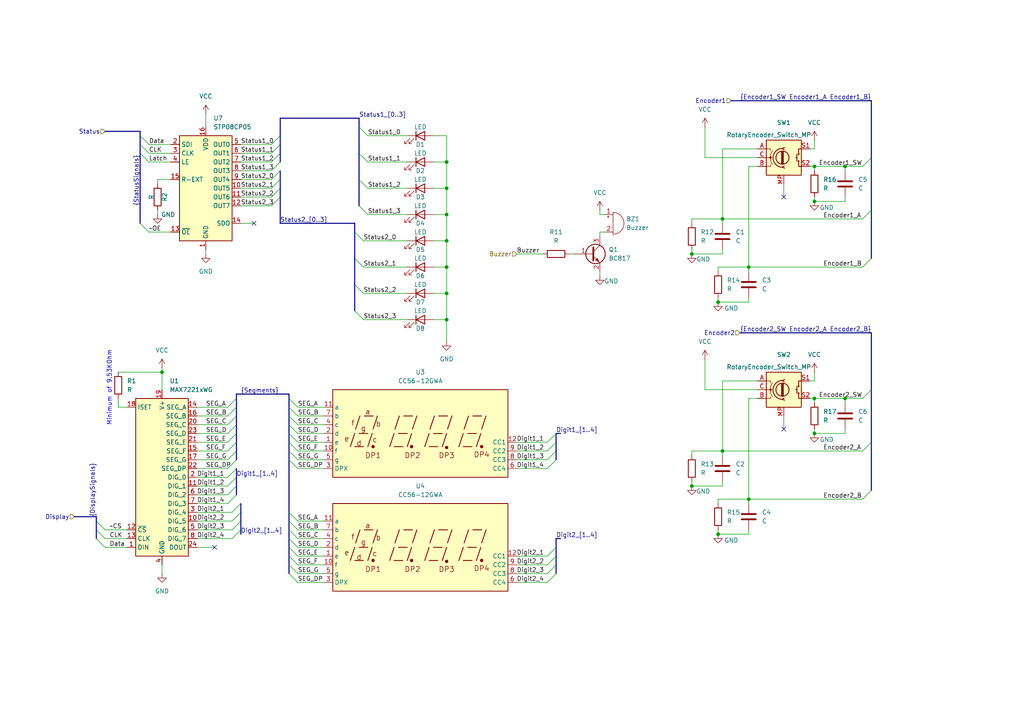
<source format=kicad_sch>
(kicad_sch (version 20231120) (generator "eeschema") (generator_version "8.0")
  (paper "A4")
  (lib_symbols
    (symbol "Device:Buzzer" (pin_names (offset 0.0254) hide)
      (property "Reference" "BZ" (at 3.81 1.27 0))
      (property "Value" "Buzzer" (at 3.81 -1.27 0))
      (symbol "Buzzer_0_1"
        (arc (start 0 -3.175) (mid 3.1612 0) (end 0 3.175))
        (polyline (pts (xy -1.651 1.905) (xy -1.143 1.905)))
        (polyline (pts (xy -1.397 2.159) (xy -1.397 1.651)))
        (polyline (pts (xy 0 3.175) (xy 0 -3.175)))
      )
      (symbol "Buzzer_1_1"
        (pin passive line (at -2.54 2.54 0) (length 2.54) (name "+") (number "1"))
        (pin passive line (at -2.54 -2.54 0) (length 2.54) (name "-") (number "2"))
      )
    )
    (symbol "Device:C" (pin_numbers hide) (pin_names (offset 0.254))
      (property "Reference" "C" (at 0.635 2.54 0))
      (property "Value" "C" (at 0.635 -2.54 0))
      (symbol "C_0_1"
        (polyline (pts (xy -2.032 -0.762) (xy 2.032 -0.762)) (stroke (width 0.508)))
        (polyline (pts (xy -2.032 0.762) (xy 2.032 0.762)) (stroke (width 0.508)))
      )
      (symbol "C_1_1"
        (pin passive line (at 0 3.81 270) (length 2.794) (name "~") (number "1"))
        (pin passive line (at 0 -3.81 90) (length 2.794) (name "~") (number "2"))
      )
    )
    (symbol "Device:LED" (pin_numbers hide) (pin_names (offset 1.016) hide)
      (property "Reference" "D" (at 0 2.54 0))
      (property "Value" "LED" (at 0 -2.54 0))
      (symbol "LED_0_1"
        (polyline (pts (xy -1.27 -1.27) (xy -1.27 1.27)) (stroke (width 0.254)))
        (polyline (pts (xy -1.27 0) (xy 1.27 0)))
        (polyline (pts (xy 1.27 -1.27) (xy 1.27 1.27) (xy -1.27 0) (xy 1.27 -1.27)) (stroke (width 0.254)))
        (polyline (pts (xy -3.048 -0.762) (xy -4.572 -2.286) (xy -3.81 -2.286) (xy -4.572 -2.286) (xy -4.572 -1.524)))
        (polyline (pts (xy -1.778 -0.762) (xy -3.302 -2.286) (xy -2.54 -2.286) (xy -3.302 -2.286) (xy -3.302 -1.524)))
      )
      (symbol "LED_1_1"
        (pin passive line (at -3.81 0 0) (length 2.54) (name "K") (number "1"))
        (pin passive line (at 3.81 0 180) (length 2.54) (name "A") (number "2"))
      )
    )
    (symbol "Device:R" (pin_numbers hide) (pin_names (offset 0))
      (property "Reference" "R" (at 2.032 0 90))
      (property "Value" "R" (at 0 0 90))
      (symbol "R_0_1"
        (rectangle (start -1.016 -2.54) (end 1.016 2.54) (stroke (width 0.254)))
      )
      (symbol "R_1_1"
        (pin passive line (at 0 3.81 270) (length 1.27) (name "~") (number "1"))
        (pin passive line (at 0 -3.81 90) (length 1.27) (name "~") (number "2"))
      )
    )
    (symbol "Device:RotaryEncoder_Switch_MP" (pin_names (offset 0.254) hide)
      (property "Reference" "SW" (at 0 8.89 0))
      (property "Value" "RotaryEncoder_Switch_MP" (at 0 6.35 0))
      (symbol "RotaryEncoder_Switch_MP_0_1"
        (rectangle (start -5.08 5.08) (end 5.08 -5.08) (stroke (width 0.254)) (fill (type background)))
        (circle (center -3.81 0) (radius 0.254) (fill (type outline)))
        (circle (center -0.381 0) (radius 1.905) (stroke (width 0.254)))
        (arc (start -0.381 2.667) (mid -3.0988 -0.0635) (end -0.381 -2.794) (stroke (width 0.254)))
        (polyline (pts (xy -0.635 -1.778) (xy -0.635 1.778)) (stroke (width 0.254)))
        (polyline (pts (xy -0.381 -1.778) (xy -0.381 1.778)) (stroke (width 0.254)))
        (polyline (pts (xy -0.127 1.778) (xy -0.127 -1.778)) (stroke (width 0.254)))
        (polyline (pts (xy 3.81 0) (xy 3.429 0)) (stroke (width 0.254)))
        (polyline (pts (xy 3.81 1.016) (xy 3.81 -1.016)) (stroke (width 0.254)))
        (polyline (pts (xy -5.08 -2.54) (xy -3.81 -2.54) (xy -3.81 -2.032)))
        (polyline (pts (xy -5.08 2.54) (xy -3.81 2.54) (xy -3.81 2.032)))
        (polyline (pts (xy 0.254 -3.048) (xy -0.508 -2.794) (xy 0.127 -2.413)) (stroke (width 0.254)))
        (polyline (pts (xy 0.254 2.921) (xy -0.508 2.667) (xy 0.127 2.286)) (stroke (width 0.254)))
        (polyline (pts (xy 5.08 -2.54) (xy 4.318 -2.54) (xy 4.318 -1.016)) (stroke (width 0.254)))
        (polyline (pts (xy 5.08 2.54) (xy 4.318 2.54) (xy 4.318 1.016)) (stroke (width 0.254)))
        (polyline (pts (xy -5.08 0) (xy -3.81 0) (xy -3.81 -1.016) (xy -3.302 -2.032)))
        (polyline (pts (xy -4.318 0) (xy -3.81 0) (xy -3.81 1.016) (xy -3.302 2.032)))
        (circle (center 4.318 -1.016) (radius 0.127) (stroke (width 0.254)))
        (circle (center 4.318 1.016) (radius 0.127) (stroke (width 0.254)))
      )
      (symbol "RotaryEncoder_Switch_MP_1_1"
        (pin passive line (at -7.62 2.54 0) (length 2.54) (name "A") (number "A"))
        (pin passive line (at -7.62 -2.54 0) (length 2.54) (name "B") (number "B"))
        (pin passive line (at -7.62 0 0) (length 2.54) (name "C") (number "C"))
        (pin passive line (at 0 -7.62 90) (length 2.54) (name "MP") (number "MP"))
        (pin passive line (at 7.62 2.54 180) (length 2.54) (name "S1") (number "S1"))
        (pin passive line (at 7.62 -2.54 180) (length 2.54) (name "S2") (number "S2"))
      )
    )
    (symbol "Display_Character:CC56-12GWA"
      (property "Reference" "U" (at -24.13 13.97 0))
      (property "Value" "CC56-12GWA" (at 19.05 13.97 0))
      (symbol "CC56-12GWA_0_0"
        (rectangle (start -25.4 12.7) (end 25.4 -12.7) (stroke (width 0.254)) (fill (type background)))
        (polyline (pts (xy -20.32 -3.81) (xy -19.05 0)) (stroke (width 0.254)))
        (polyline (pts (xy -19.05 -3.81) (xy -16.51 -3.81)) (stroke (width 0.254)))
        (polyline (pts (xy -18.796 1.27) (xy -17.526 5.08)) (stroke (width 0.254)))
        (polyline (pts (xy -17.78 0) (xy -15.24 0)) (stroke (width 0.254)))
        (polyline (pts (xy -16.256 5.08) (xy -13.716 5.08)) (stroke (width 0.254)))
        (polyline (pts (xy -15.24 -3.81) (xy -13.97 0)) (stroke (width 0.254)))
        (polyline (pts (xy -13.716 1.27) (xy -12.446 5.08)) (stroke (width 0.254)))
        (polyline (pts (xy -8.89 -3.81) (xy -7.62 0)) (stroke (width 0.254)))
        (polyline (pts (xy -7.62 -3.81) (xy -5.08 -3.81)) (stroke (width 0.254)))
        (polyline (pts (xy -7.366 1.27) (xy -6.096 5.08)) (stroke (width 0.254)))
        (polyline (pts (xy -6.35 0) (xy -3.81 0)) (stroke (width 0.254)))
        (polyline (pts (xy -4.826 5.08) (xy -2.286 5.08)) (stroke (width 0.254)))
        (polyline (pts (xy -3.81 -3.81) (xy -2.54 0)) (stroke (width 0.254)))
        (polyline (pts (xy -2.286 1.27) (xy -1.016 5.08)) (stroke (width 0.254)))
        (polyline (pts (xy 1.27 -3.81) (xy 2.54 0)) (stroke (width 0.254)))
        (polyline (pts (xy 2.54 -3.81) (xy 5.08 -3.81)) (stroke (width 0.254)))
        (polyline (pts (xy 2.794 1.27) (xy 4.064 5.08)) (stroke (width 0.254)))
        (polyline (pts (xy 3.81 0) (xy 6.35 0)) (stroke (width 0.254)))
        (polyline (pts (xy 5.334 5.08) (xy 7.874 5.08)) (stroke (width 0.254)))
        (polyline (pts (xy 6.35 -3.81) (xy 7.62 0)) (stroke (width 0.254)))
        (polyline (pts (xy 7.874 1.27) (xy 9.144 5.08)) (stroke (width 0.254)))
        (polyline (pts (xy 11.176 -3.81) (xy 12.446 0)) (stroke (width 0.254)))
        (polyline (pts (xy 12.446 -3.81) (xy 14.986 -3.81)) (stroke (width 0.254)))
        (polyline (pts (xy 12.7 1.27) (xy 13.97 5.08)) (stroke (width 0.254)))
        (polyline (pts (xy 13.716 0) (xy 16.256 0)) (stroke (width 0.254)))
        (polyline (pts (xy 15.24 5.08) (xy 17.78 5.08)) (stroke (width 0.254)))
        (polyline (pts (xy 16.256 -3.81) (xy 17.526 0)) (stroke (width 0.254)))
        (polyline (pts (xy 17.78 1.27) (xy 19.05 5.08)) (stroke (width 0.254)))
        (text "a" (at -15.24 6.35 0) (effects (font (size 1.524 1.524))))
        (text "b" (at -12.192 2.794 0) (effects (font (size 1.524 1.524))))
        (text "c" (at -13.208 -1.778 0) (effects (font (size 1.524 1.524))))
        (text "d" (at -17.78 -2.794 0) (effects (font (size 1.524 1.524))))
        (text "DP1" (at -13.716 -6.35 0) (effects (font (size 1.524 1.524))))
        (text "DP2" (at -2.286 -6.35 0) (effects (font (size 1.524 1.524))))
        (text "DP3" (at 7.62 -6.35 0) (effects (font (size 1.524 1.524))))
        (text "DP4" (at 17.78 -6.096 0) (effects (font (size 1.524 1.524))))
        (text "e" (at -21.336 -1.524 0) (effects (font (size 1.524 1.524))))
        (text "f" (at -19.558 3.048 0) (effects (font (size 1.524 1.524))))
        (text "g" (at -16.51 1.524 0) (effects (font (size 1.524 1.524))))
      )
      (symbol "CC56-12GWA_0_1"
        (circle (center -13.716 -3.81) (radius 0.3556) (stroke (width 0.254)) (fill (type outline)))
        (circle (center -2.54 -3.81) (radius 0.3556) (stroke (width 0.254)) (fill (type outline)))
      )
      (symbol "CC56-12GWA_1_0"
        (circle (center 7.62 -4.064) (radius 0.3556) (stroke (width 0.254)) (fill (type outline)))
        (circle (center 17.78 -3.81) (radius 0.3556) (stroke (width 0.254)) (fill (type outline)))
      )
      (symbol "CC56-12GWA_1_1"
        (pin input line (at -27.94 -2.54 0) (length 2.54) (name "e") (number "1"))
        (pin input line (at -27.94 -5.08 0) (length 2.54) (name "f") (number "10"))
        (pin input line (at -27.94 7.62 0) (length 2.54) (name "a") (number "11"))
        (pin input line (at 27.94 -2.54 180) (length 2.54) (name "CC1") (number "12"))
        (pin input line (at -27.94 0 0) (length 2.54) (name "d") (number "2"))
        (pin input line (at -27.94 -10.16 0) (length 2.54) (name "DPX") (number "3"))
        (pin input line (at -27.94 2.54 0) (length 2.54) (name "c") (number "4"))
        (pin input line (at -27.94 -7.62 0) (length 2.54) (name "g") (number "5"))
        (pin input line (at 27.94 -10.16 180) (length 2.54) (name "CC4") (number "6"))
        (pin input line (at -27.94 5.08 0) (length 2.54) (name "b") (number "7"))
        (pin input line (at 27.94 -7.62 180) (length 2.54) (name "CC3") (number "8"))
        (pin input line (at 27.94 -5.08 180) (length 2.54) (name "CC2") (number "9"))
      )
    )
    (symbol "Driver_LED:MAX7221xWG"
      (property "Reference" "U" (at -6.35 24.13 0))
      (property "Value" "MAX7221xWG" (at 1.27 25.4 0))
      (symbol "MAX7221xWG_0_1"
        (rectangle (start -7.62 22.86) (end 7.62 -22.86) (stroke (width 0.254)) (fill (type background)))
      )
      (symbol "MAX7221xWG_1_1"
        (pin input line (at -10.16 -20.32 0) (length 2.54) (name "DIN") (number "1"))
        (pin open_collector line (at 10.16 -12.7 180) (length 2.54) (name "DIG_5") (number "10"))
        (pin open_collector line (at 10.16 -2.54 180) (length 2.54) (name "DIG_1") (number "11"))
        (pin input line (at -10.16 -15.24 0) (length 2.54) (name "~{CS}") (number "12"))
        (pin input line (at -10.16 -17.78 0) (length 2.54) (name "CLK") (number "13"))
        (pin open_emitter line (at 10.16 20.32 180) (length 2.54) (name "SEG_A") (number "14"))
        (pin open_emitter line (at 10.16 7.62 180) (length 2.54) (name "SEG_F") (number "15"))
        (pin open_emitter line (at 10.16 17.78 180) (length 2.54) (name "SEG_B") (number "16"))
        (pin open_emitter line (at 10.16 5.08 180) (length 2.54) (name "SEG_G") (number "17"))
        (pin input line (at -10.16 20.32 0) (length 2.54) (name "ISET") (number "18"))
        (pin power_in line (at 0 25.4 270) (length 2.54) (name "V+") (number "19"))
        (pin open_collector line (at 10.16 0 180) (length 2.54) (name "DIG_0") (number "2"))
        (pin open_emitter line (at 10.16 15.24 180) (length 2.54) (name "SEG_C") (number "20"))
        (pin open_emitter line (at 10.16 10.16 180) (length 2.54) (name "SEG_E") (number "21"))
        (pin open_emitter line (at 10.16 2.54 180) (length 2.54) (name "SEG_DP") (number "22"))
        (pin open_emitter line (at 10.16 12.7 180) (length 2.54) (name "SEG_D") (number "23"))
        (pin output line (at 10.16 -20.32 180) (length 2.54) (name "DOUT") (number "24"))
        (pin open_collector line (at 10.16 -10.16 180) (length 2.54) (name "DIG_4") (number "3"))
        (pin power_in line (at 0 -25.4 90) (length 2.54) (name "GND") (number "4"))
        (pin open_collector line (at 10.16 -15.24 180) (length 2.54) (name "DIG_6") (number "5"))
        (pin open_collector line (at 10.16 -5.08 180) (length 2.54) (name "DIG_2") (number "6"))
        (pin open_collector line (at 10.16 -7.62 180) (length 2.54) (name "DIG_3") (number "7"))
        (pin open_collector line (at 10.16 -17.78 180) (length 2.54) (name "DIG_7") (number "8"))
        (pin passive line (at 0 -25.4 90) (length 2.54) hide (name "GND") (number "9"))
      )
    )
    (symbol "Driver_LED:STP08CP05"
      (property "Reference" "U" (at -7.62 16.51 0))
      (property "Value" "STP08CP05" (at 1.27 16.51 0))
      (symbol "STP08CP05_0_1"
        (rectangle (start -7.62 15.24) (end 7.62 -15.24) (stroke (width 0.254)) (fill (type background)))
      )
      (symbol "STP08CP05_1_1"
        (pin power_in line (at 0 -17.78 90) (length 2.54) (name "GND") (number "1"))
        (pin output line (at 10.16 0 180) (length 2.54) (name "OUT5") (number "10"))
        (pin output line (at 10.16 -2.54 180) (length 2.54) (name "OUT6") (number "11"))
        (pin output line (at 10.16 -5.08 180) (length 2.54) (name "OUT7") (number "12"))
        (pin input line (at -10.16 -12.7 0) (length 2.54) (name "~{OE}") (number "13"))
        (pin output line (at 10.16 -10.16 180) (length 2.54) (name "SDO") (number "14"))
        (pin passive line (at -10.16 2.54 0) (length 2.54) (name "R-EXT") (number "15"))
        (pin power_in line (at 0 17.78 270) (length 2.54) (name "VDD") (number "16"))
        (pin input line (at -10.16 12.7 0) (length 2.54) (name "SDI") (number "2"))
        (pin input line (at -10.16 10.16 0) (length 2.54) (name "CLK") (number "3"))
        (pin input line (at -10.16 7.62 0) (length 2.54) (name "LE") (number "4"))
        (pin output line (at 10.16 12.7 180) (length 2.54) (name "OUT0") (number "5"))
        (pin output line (at 10.16 10.16 180) (length 2.54) (name "OUT1") (number "6"))
        (pin output line (at 10.16 7.62 180) (length 2.54) (name "OUT2") (number "7"))
        (pin output line (at 10.16 5.08 180) (length 2.54) (name "OUT3") (number "8"))
        (pin output line (at 10.16 2.54 180) (length 2.54) (name "OUT4") (number "9"))
      )
    )
    (symbol "Transistor_BJT:BC817" (pin_names (offset 0) hide)
      (property "Reference" "Q" (at 5.08 1.905 0))
      (property "Value" "BC817" (at 5.08 0 0))
      (symbol "BC817_0_1"
        (polyline (pts (xy 0.635 0.635) (xy 2.54 2.54)))
        (polyline (pts (xy 0.635 -0.635) (xy 2.54 -2.54) (xy 2.54 -2.54)))
        (polyline (pts (xy 0.635 1.905) (xy 0.635 -1.905) (xy 0.635 -1.905)) (stroke (width 0.508)))
        (polyline (pts (xy 1.27 -1.778) (xy 1.778 -1.27) (xy 2.286 -2.286) (xy 1.27 -1.778) (xy 1.27 -1.778)) (fill (type outline)))
        (circle (center 1.27 0) (radius 2.8194) (stroke (width 0.254)))
      )
      (symbol "BC817_1_1"
        (pin input line (at -5.08 0 0) (length 5.715) (name "B") (number "1"))
        (pin passive line (at 2.54 -5.08 90) (length 2.54) (name "E") (number "2"))
        (pin passive line (at 2.54 5.08 270) (length 2.54) (name "C") (number "3"))
      )
    )
    (symbol "power:GND" (power) (pin_numbers hide) (pin_names (offset 0) hide)
      (property "Value" "GND" (at 0 -3.81 0))
      (symbol "GND_0_1"
        (polyline (pts (xy 0 0) (xy 0 -1.27) (xy 1.27 -1.27) (xy 0 -2.54) (xy -1.27 -1.27) (xy 0 -1.27)))
      )
      (symbol "GND_1_1"
        (pin power_in line (at 0 0 270) (length 0) (name "~") (number "1"))
      )
    )
    (symbol "power:VCC" (power) (pin_numbers hide) (pin_names (offset 0) hide)
      (property "Value" "VCC" (at 0 3.556 0))
      (symbol "VCC_0_1"
        (polyline (pts (xy -0.762 1.27) (xy 0 2.54)))
        (polyline (pts (xy 0 0) (xy 0 2.54)))
        (polyline (pts (xy 0 2.54) (xy 0.762 1.27)))
      )
      (symbol "VCC_1_1"
        (pin power_in line (at 0 0 90) (length 0) (name "~") (number "1"))
      )
    )
  )
  (junction (at 245.11 48.26))
  (junction (at 129.54 69.85))
  (junction (at 129.54 92.71))
  (junction (at 209.55 130.81))
  (junction (at 200.66 140.97))
  (junction (at 46.99 107.95))
  (junction (at 129.54 54.61))
  (junction (at 217.17 77.47))
  (junction (at 217.17 144.78))
  (junction (at 245.11 115.57))
  (junction (at 129.54 46.99))
  (junction (at 236.22 48.26))
  (junction (at 208.28 154.94))
  (junction (at 209.55 63.5))
  (junction (at 236.22 125.73))
  (junction (at 129.54 85.09))
  (junction (at 236.22 115.57))
  (junction (at 200.66 73.66))
  (junction (at 129.54 77.47))
  (junction (at 129.54 62.23))
  (junction (at 208.28 87.63))
  (junction (at 236.22 58.42))
  (no_connect (at 227.33 124.46))
  (no_connect (at 227.33 57.15))
  (no_connect (at 73.66 64.77))
  (no_connect (at 62.23 158.75))
  (bus_entry (at 158.75 135.89) (size 2.54 -2.54))
  (bus_entry (at 83.82 115.57) (size 2.54 2.54))
  (bus_entry (at 27.94 153.67) (size 2.54 2.54))
  (bus_entry (at 66.04 143.51) (size 2.54 -2.54))
  (bus_entry (at 66.04 146.05) (size 2.54 -2.54))
  (bus_entry (at 81.28 44.45) (size -2.54 2.54))
  (bus_entry (at 67.31 151.13) (size 2.54 -2.54))
  (bus_entry (at 67.31 153.67) (size 2.54 -2.54))
  (bus_entry (at 102.87 74.93) (size 2.54 2.54))
  (bus_entry (at 68.58 123.19) (size -2.54 2.54))
  (bus_entry (at 158.75 133.35) (size 2.54 -2.54))
  (bus_entry (at 158.75 161.29) (size 2.54 -2.54))
  (bus_entry (at 102.87 67.31) (size 2.54 2.54))
  (bus_entry (at 83.82 130.81) (size 2.54 2.54))
  (bus_entry (at 83.82 148.59) (size 2.54 2.54))
  (bus_entry (at 68.58 125.73) (size -2.54 2.54))
  (bus_entry (at 158.75 163.83) (size 2.54 -2.54))
  (bus_entry (at 78.74 59.69) (size 2.54 -2.54))
  (bus_entry (at 83.82 153.67) (size 2.54 2.54))
  (bus_entry (at 67.31 156.21) (size 2.54 -2.54))
  (bus_entry (at 158.75 130.81) (size 2.54 -2.54))
  (bus_entry (at 78.74 54.61) (size 2.54 -2.54))
  (bus_entry (at 252.73 128.27) (size -2.54 2.54))
  (bus_entry (at 252.73 142.24) (size -2.54 2.54))
  (bus_entry (at 78.74 57.15) (size 2.54 -2.54))
  (bus_entry (at 158.75 128.27) (size 2.54 -2.54))
  (bus_entry (at 104.14 52.07) (size 2.54 2.54))
  (bus_entry (at 102.87 82.55) (size 2.54 2.54))
  (bus_entry (at 66.04 140.97) (size 2.54 -2.54))
  (bus_entry (at 83.82 128.27) (size 2.54 2.54))
  (bus_entry (at 68.58 133.35) (size -2.54 2.54))
  (bus_entry (at 83.82 118.11) (size 2.54 2.54))
  (bus_entry (at 40.64 39.37) (size 2.54 2.54))
  (bus_entry (at 27.94 151.13) (size 2.54 2.54))
  (bus_entry (at 27.94 156.21) (size 2.54 2.54))
  (bus_entry (at 81.28 41.91) (size -2.54 2.54))
  (bus_entry (at 104.14 59.69) (size 2.54 2.54))
  (bus_entry (at 68.58 118.11) (size -2.54 2.54))
  (bus_entry (at 252.73 113.03) (size -2.54 2.54))
  (bus_entry (at 102.87 90.17) (size 2.54 2.54))
  (bus_entry (at 66.04 138.43) (size 2.54 -2.54))
  (bus_entry (at 67.31 148.59) (size 2.54 -2.54))
  (bus_entry (at 83.82 163.83) (size 2.54 2.54))
  (bus_entry (at 81.28 39.37) (size -2.54 2.54))
  (bus_entry (at 158.75 168.91) (size 2.54 -2.54))
  (bus_entry (at 252.73 60.96) (size -2.54 2.54))
  (bus_entry (at 83.82 161.29) (size 2.54 2.54))
  (bus_entry (at 252.73 74.93) (size -2.54 2.54))
  (bus_entry (at 68.58 128.27) (size -2.54 2.54))
  (bus_entry (at 83.82 133.35) (size 2.54 2.54))
  (bus_entry (at 83.82 158.75) (size 2.54 2.54))
  (bus_entry (at 81.28 49.53) (size -2.54 2.54))
  (bus_entry (at 83.82 151.13) (size 2.54 2.54))
  (bus_entry (at 83.82 125.73) (size 2.54 2.54))
  (bus_entry (at 83.82 123.19) (size 2.54 2.54))
  (bus_entry (at 68.58 115.57) (size -2.54 2.54))
  (bus_entry (at 40.64 41.91) (size 2.54 2.54))
  (bus_entry (at 104.14 36.83) (size 2.54 2.54))
  (bus_entry (at 68.58 120.65) (size -2.54 2.54))
  (bus_entry (at 83.82 156.21) (size 2.54 2.54))
  (bus_entry (at 158.75 166.37) (size 2.54 -2.54))
  (bus_entry (at 81.28 46.99) (size -2.54 2.54))
  (bus_entry (at 252.73 45.72) (size -2.54 2.54))
  (bus_entry (at 83.82 166.37) (size 2.54 2.54))
  (bus_entry (at 40.64 44.45) (size 2.54 2.54))
  (bus_entry (at 83.82 120.65) (size 2.54 2.54))
  (bus_entry (at 40.64 64.77) (size 2.54 2.54))
  (bus_entry (at 68.58 130.81) (size -2.54 2.54))
  (bus_entry (at 104.14 44.45) (size 2.54 2.54))
  (bus (pts (xy 102.87 74.93) (xy 102.87 82.55)))
  (bus (pts (xy 252.73 128.27) (xy 252.73 142.24)))
  (bus (pts (xy 161.29 128.27) (xy 161.29 130.81)))
  (bus (pts (xy 68.58 114.3) (xy 68.58 115.57)))
  (wire (pts (xy 245.11 48.26) (xy 250.19 48.26)))
  (bus (pts (xy 252.73 60.96) (xy 252.73 74.93)))
  (wire (pts (xy 236.22 58.42) (xy 245.11 58.42)))
  (wire (pts (xy 45.72 52.07) (xy 45.72 53.34)))
  (bus (pts (xy 214.63 96.52) (xy 252.73 96.52)))
  (wire (pts (xy 69.85 44.45) (xy 78.74 44.45)))
  (bus (pts (xy 27.94 151.13) (xy 27.94 153.67)))
  (bus (pts (xy 69.85 151.13) (xy 69.85 153.67)))
  (bus (pts (xy 30.48 38.1) (xy 40.64 38.1)))
  (wire (pts (xy 34.29 107.95) (xy 46.99 107.95)))
  (wire (pts (xy 149.86 73.66) (xy 157.48 73.66)))
  (wire (pts (xy 149.86 168.91) (xy 158.75 168.91)))
  (wire (pts (xy 129.54 92.71) (xy 129.54 85.09)))
  (bus (pts (xy 102.87 74.93) (xy 102.87 67.31)))
  (wire (pts (xy 57.15 118.11) (xy 66.04 118.11)))
  (bus (pts (xy 83.82 148.59) (xy 83.82 151.13)))
  (bus (pts (xy 40.64 39.37) (xy 40.64 41.91)))
  (wire (pts (xy 106.68 39.37) (xy 118.11 39.37)))
  (bus (pts (xy 81.28 64.77) (xy 102.87 64.77)))
  (wire (pts (xy 149.86 135.89) (xy 158.75 135.89)))
  (wire (pts (xy 129.54 85.09) (xy 125.73 85.09)))
  (wire (pts (xy 173.99 62.23) (xy 173.99 60.96)))
  (wire (pts (xy 86.36 156.21) (xy 93.98 156.21)))
  (bus (pts (xy 162.56 156.21) (xy 161.29 156.21)))
  (wire (pts (xy 129.54 99.06) (xy 129.54 92.71)))
  (bus (pts (xy 81.28 34.29) (xy 81.28 39.37)))
  (wire (pts (xy 57.15 123.19) (xy 66.04 123.19)))
  (wire (pts (xy 69.85 54.61) (xy 78.74 54.61)))
  (wire (pts (xy 43.18 44.45) (xy 49.53 44.45)))
  (wire (pts (xy 86.36 163.83) (xy 93.98 163.83)))
  (bus (pts (xy 69.85 148.59) (xy 69.85 151.13)))
  (bus (pts (xy 27.94 149.86) (xy 27.94 151.13)))
  (bus (pts (xy 21.59 149.86) (xy 27.94 149.86)))
  (wire (pts (xy 217.17 144.78) (xy 217.17 146.05)))
  (bus (pts (xy 83.82 114.3) (xy 83.82 115.57)))
  (bus (pts (xy 83.82 123.19) (xy 83.82 125.73)))
  (bus (pts (xy 68.58 115.57) (xy 68.58 118.11)))
  (wire (pts (xy 86.36 135.89) (xy 93.98 135.89)))
  (bus (pts (xy 104.14 34.29) (xy 81.28 34.29)))
  (wire (pts (xy 219.71 45.72) (xy 204.47 45.72)))
  (wire (pts (xy 209.55 43.18) (xy 219.71 43.18)))
  (bus (pts (xy 68.58 123.19) (xy 68.58 125.73)))
  (wire (pts (xy 43.18 41.91) (xy 49.53 41.91)))
  (bus (pts (xy 83.82 156.21) (xy 83.82 158.75)))
  (wire (pts (xy 227.33 120.65) (xy 227.33 124.46)))
  (wire (pts (xy 86.36 130.81) (xy 93.98 130.81)))
  (wire (pts (xy 69.85 59.69) (xy 78.74 59.69)))
  (wire (pts (xy 245.11 115.57) (xy 245.11 116.84)))
  (wire (pts (xy 234.95 43.18) (xy 236.22 43.18)))
  (wire (pts (xy 245.11 48.26) (xy 245.11 49.53)))
  (bus (pts (xy 68.58 130.81) (xy 68.58 133.35)))
  (wire (pts (xy 106.68 62.23) (xy 118.11 62.23)))
  (bus (pts (xy 252.73 113.03) (xy 252.73 128.27)))
  (wire (pts (xy 57.15 151.13) (xy 67.31 151.13)))
  (wire (pts (xy 208.28 87.63) (xy 217.17 87.63)))
  (wire (pts (xy 236.22 48.26) (xy 236.22 49.53)))
  (bus (pts (xy 83.82 130.81) (xy 83.82 133.35)))
  (bus (pts (xy 83.82 133.35) (xy 83.82 148.59)))
  (wire (pts (xy 165.1 73.66) (xy 166.37 73.66)))
  (wire (pts (xy 200.66 63.5) (xy 200.66 64.77)))
  (wire (pts (xy 217.17 48.26) (xy 219.71 48.26)))
  (wire (pts (xy 57.15 158.75) (xy 62.23 158.75)))
  (bus (pts (xy 69.85 146.05) (xy 69.85 148.59)))
  (wire (pts (xy 209.55 63.5) (xy 209.55 64.77)))
  (wire (pts (xy 49.53 52.07) (xy 45.72 52.07)))
  (bus (pts (xy 102.87 90.17) (xy 102.87 82.55)))
  (wire (pts (xy 129.54 54.61) (xy 125.73 54.61)))
  (wire (pts (xy 45.72 60.96) (xy 45.72 62.23)))
  (wire (pts (xy 86.36 120.65) (xy 93.98 120.65)))
  (wire (pts (xy 78.74 52.07) (xy 69.85 52.07)))
  (wire (pts (xy 200.66 130.81) (xy 200.66 132.08)))
  (bus (pts (xy 104.14 34.29) (xy 104.14 36.83)))
  (bus (pts (xy 81.28 44.45) (xy 81.28 46.99)))
  (wire (pts (xy 209.55 130.81) (xy 250.19 130.81)))
  (wire (pts (xy 209.55 110.49) (xy 209.55 130.81)))
  (wire (pts (xy 105.41 77.47) (xy 118.11 77.47)))
  (bus (pts (xy 83.82 128.27) (xy 83.82 130.81)))
  (wire (pts (xy 86.36 123.19) (xy 93.98 123.19)))
  (wire (pts (xy 200.66 72.39) (xy 200.66 73.66)))
  (wire (pts (xy 57.15 125.73) (xy 66.04 125.73)))
  (wire (pts (xy 149.86 133.35) (xy 158.75 133.35)))
  (wire (pts (xy 69.85 57.15) (xy 78.74 57.15)))
  (wire (pts (xy 236.22 107.95) (xy 236.22 110.49)))
  (wire (pts (xy 158.75 128.27) (xy 149.86 128.27)))
  (wire (pts (xy 204.47 104.14) (xy 204.47 113.03)))
  (wire (pts (xy 236.22 57.15) (xy 236.22 58.42)))
  (wire (pts (xy 86.36 133.35) (xy 93.98 133.35)))
  (wire (pts (xy 43.18 46.99) (xy 49.53 46.99)))
  (wire (pts (xy 59.69 73.66) (xy 59.69 72.39)))
  (bus (pts (xy 68.58 125.73) (xy 68.58 128.27)))
  (wire (pts (xy 236.22 124.46) (xy 236.22 125.73)))
  (bus (pts (xy 161.29 130.81) (xy 161.29 133.35)))
  (wire (pts (xy 217.17 115.57) (xy 217.17 144.78)))
  (wire (pts (xy 46.99 163.83) (xy 46.99 166.37)))
  (bus (pts (xy 102.87 64.77) (xy 102.87 67.31)))
  (wire (pts (xy 86.36 153.67) (xy 93.98 153.67)))
  (bus (pts (xy 161.29 125.73) (xy 161.29 128.27)))
  (bus (pts (xy 83.82 125.73) (xy 83.82 128.27)))
  (bus (pts (xy 68.58 128.27) (xy 68.58 130.81)))
  (wire (pts (xy 236.22 125.73) (xy 245.11 125.73)))
  (wire (pts (xy 129.54 77.47) (xy 125.73 77.47)))
  (wire (pts (xy 106.68 46.99) (xy 118.11 46.99)))
  (bus (pts (xy 81.28 54.61) (xy 81.28 57.15)))
  (wire (pts (xy 30.48 158.75) (xy 36.83 158.75)))
  (wire (pts (xy 105.41 92.71) (xy 118.11 92.71)))
  (wire (pts (xy 57.15 153.67) (xy 67.31 153.67)))
  (wire (pts (xy 204.47 36.83) (xy 204.47 45.72)))
  (bus (pts (xy 252.73 96.52) (xy 252.73 113.03)))
  (bus (pts (xy 81.28 49.53) (xy 81.28 52.07)))
  (bus (pts (xy 83.82 120.65) (xy 83.82 123.19)))
  (wire (pts (xy 219.71 113.03) (xy 204.47 113.03)))
  (wire (pts (xy 30.48 153.67) (xy 36.83 153.67)))
  (wire (pts (xy 66.04 138.43) (xy 57.15 138.43)))
  (wire (pts (xy 227.33 53.34) (xy 227.33 57.15)))
  (bus (pts (xy 83.82 163.83) (xy 83.82 166.37)))
  (bus (pts (xy 83.82 151.13) (xy 83.82 153.67)))
  (wire (pts (xy 209.55 130.81) (xy 209.55 132.08)))
  (wire (pts (xy 57.15 120.65) (xy 66.04 120.65)))
  (wire (pts (xy 129.54 85.09) (xy 129.54 77.47)))
  (wire (pts (xy 106.68 54.61) (xy 118.11 54.61)))
  (bus (pts (xy 68.58 138.43) (xy 68.58 140.97)))
  (wire (pts (xy 209.55 139.7) (xy 209.55 140.97)))
  (wire (pts (xy 129.54 69.85) (xy 125.73 69.85)))
  (wire (pts (xy 200.66 139.7) (xy 200.66 140.97)))
  (bus (pts (xy 252.73 29.21) (xy 252.73 45.72)))
  (bus (pts (xy 68.58 140.97) (xy 68.58 143.51)))
  (wire (pts (xy 217.17 48.26) (xy 217.17 77.47)))
  (wire (pts (xy 217.17 115.57) (xy 219.71 115.57)))
  (wire (pts (xy 86.36 151.13) (xy 93.98 151.13)))
  (wire (pts (xy 209.55 110.49) (xy 219.71 110.49)))
  (wire (pts (xy 208.28 153.67) (xy 208.28 154.94)))
  (wire (pts (xy 208.28 77.47) (xy 208.28 78.74)))
  (wire (pts (xy 208.28 86.36) (xy 208.28 87.63)))
  (bus (pts (xy 69.85 153.67) (xy 69.85 154.94)))
  (wire (pts (xy 43.18 67.31) (xy 49.53 67.31)))
  (bus (pts (xy 161.29 156.21) (xy 161.29 158.75)))
  (wire (pts (xy 57.15 148.59) (xy 67.31 148.59)))
  (wire (pts (xy 200.66 140.97) (xy 209.55 140.97)))
  (wire (pts (xy 149.86 163.83) (xy 158.75 163.83)))
  (bus (pts (xy 27.94 153.67) (xy 27.94 156.21)))
  (wire (pts (xy 129.54 62.23) (xy 125.73 62.23)))
  (wire (pts (xy 129.54 54.61) (xy 129.54 46.99)))
  (wire (pts (xy 129.54 62.23) (xy 129.54 54.61)))
  (wire (pts (xy 236.22 115.57) (xy 236.22 116.84)))
  (wire (pts (xy 208.28 154.94) (xy 217.17 154.94)))
  (wire (pts (xy 129.54 62.23) (xy 129.54 69.85)))
  (bus (pts (xy 81.28 39.37) (xy 81.28 41.91)))
  (wire (pts (xy 57.15 130.81) (xy 66.04 130.81)))
  (wire (pts (xy 217.17 144.78) (xy 250.19 144.78)))
  (wire (pts (xy 149.86 130.81) (xy 158.75 130.81)))
  (wire (pts (xy 86.36 158.75) (xy 93.98 158.75)))
  (bus (pts (xy 104.14 52.07) (xy 104.14 59.69)))
  (wire (pts (xy 34.29 115.57) (xy 34.29 118.11)))
  (wire (pts (xy 173.99 67.31) (xy 173.99 68.58)))
  (wire (pts (xy 105.41 69.85) (xy 118.11 69.85)))
  (wire (pts (xy 173.99 78.74) (xy 173.99 80.01)))
  (bus (pts (xy 68.58 114.3) (xy 83.82 114.3)))
  (wire (pts (xy 86.36 128.27) (xy 93.98 128.27)))
  (bus (pts (xy 161.29 158.75) (xy 161.29 161.29)))
  (wire (pts (xy 245.11 124.46) (xy 245.11 125.73)))
  (wire (pts (xy 217.17 153.67) (xy 217.17 154.94)))
  (wire (pts (xy 69.85 49.53) (xy 78.74 49.53)))
  (wire (pts (xy 236.22 40.64) (xy 236.22 43.18)))
  (wire (pts (xy 69.85 64.77) (xy 73.66 64.77)))
  (wire (pts (xy 209.55 72.39) (xy 209.55 73.66)))
  (wire (pts (xy 245.11 57.15) (xy 245.11 58.42)))
  (wire (pts (xy 208.28 77.47) (xy 217.17 77.47)))
  (wire (pts (xy 234.95 110.49) (xy 236.22 110.49)))
  (bus (pts (xy 83.82 158.75) (xy 83.82 161.29)))
  (bus (pts (xy 81.28 41.91) (xy 81.28 44.45)))
  (wire (pts (xy 234.95 115.57) (xy 236.22 115.57)))
  (bus (pts (xy 40.64 44.45) (xy 40.64 64.77)))
  (bus (pts (xy 83.82 153.67) (xy 83.82 156.21)))
  (wire (pts (xy 57.15 146.05) (xy 66.04 146.05)))
  (bus (pts (xy 68.58 120.65) (xy 68.58 123.19)))
  (wire (pts (xy 209.55 63.5) (xy 250.19 63.5)))
  (bus (pts (xy 162.56 125.73) (xy 161.29 125.73)))
  (wire (pts (xy 236.22 115.57) (xy 245.11 115.57)))
  (wire (pts (xy 46.99 106.68) (xy 46.99 107.95)))
  (wire (pts (xy 59.69 33.02) (xy 59.69 36.83)))
  (wire (pts (xy 245.11 115.57) (xy 250.19 115.57)))
  (wire (pts (xy 200.66 73.66) (xy 209.55 73.66)))
  (wire (pts (xy 57.15 143.51) (xy 66.04 143.51)))
  (wire (pts (xy 236.22 48.26) (xy 245.11 48.26)))
  (bus (pts (xy 83.82 161.29) (xy 83.82 163.83)))
  (wire (pts (xy 217.17 77.47) (xy 217.17 78.74)))
  (wire (pts (xy 86.36 118.11) (xy 93.98 118.11)))
  (bus (pts (xy 252.73 45.72) (xy 252.73 60.96)))
  (wire (pts (xy 173.99 67.31) (xy 175.26 67.31)))
  (wire (pts (xy 57.15 140.97) (xy 66.04 140.97)))
  (wire (pts (xy 217.17 86.36) (xy 217.17 87.63)))
  (wire (pts (xy 208.28 144.78) (xy 217.17 144.78)))
  (bus (pts (xy 81.28 57.15) (xy 81.28 64.77)))
  (wire (pts (xy 57.15 128.27) (xy 66.04 128.27)))
  (bus (pts (xy 40.64 38.1) (xy 40.64 39.37)))
  (wire (pts (xy 149.86 166.37) (xy 158.75 166.37)))
  (wire (pts (xy 86.36 166.37) (xy 93.98 166.37)))
  (wire (pts (xy 69.85 46.99) (xy 78.74 46.99)))
  (bus (pts (xy 40.64 41.91) (xy 40.64 44.45)))
  (wire (pts (xy 158.75 161.29) (xy 149.86 161.29)))
  (wire (pts (xy 105.41 85.09) (xy 118.11 85.09)))
  (wire (pts (xy 129.54 46.99) (xy 125.73 46.99)))
  (wire (pts (xy 129.54 46.99) (xy 129.54 39.37)))
  (wire (pts (xy 234.95 48.26) (xy 236.22 48.26)))
  (bus (pts (xy 81.28 52.07) (xy 81.28 54.61)))
  (bus (pts (xy 83.82 118.11) (xy 83.82 120.65)))
  (bus (pts (xy 83.82 115.57) (xy 83.82 118.11)))
  (wire (pts (xy 86.36 125.73) (xy 93.98 125.73)))
  (bus (pts (xy 68.58 118.11) (xy 68.58 120.65)))
  (wire (pts (xy 86.36 161.29) (xy 93.98 161.29)))
  (wire (pts (xy 209.55 43.18) (xy 209.55 63.5)))
  (bus (pts (xy 104.14 44.45) (xy 104.14 52.07)))
  (wire (pts (xy 34.29 118.11) (xy 36.83 118.11)))
  (bus (pts (xy 161.29 163.83) (xy 161.29 166.37)))
  (wire (pts (xy 129.54 77.47) (xy 129.54 69.85)))
  (wire (pts (xy 57.15 156.21) (xy 67.31 156.21)))
  (wire (pts (xy 200.66 63.5) (xy 209.55 63.5)))
  (wire (pts (xy 173.99 62.23) (xy 175.26 62.23)))
  (bus (pts (xy 68.58 135.89) (xy 68.58 138.43)))
  (wire (pts (xy 129.54 39.37) (xy 125.73 39.37)))
  (wire (pts (xy 57.15 135.89) (xy 66.04 135.89)))
  (wire (pts (xy 208.28 144.78) (xy 208.28 146.05)))
  (wire (pts (xy 30.48 156.21) (xy 36.83 156.21)))
  (wire (pts (xy 69.85 41.91) (xy 78.74 41.91)))
  (wire (pts (xy 217.17 77.47) (xy 250.19 77.47)))
  (wire (pts (xy 129.54 92.71) (xy 125.73 92.71)))
  (wire (pts (xy 46.99 107.95) (xy 46.99 113.03)))
  (wire (pts (xy 57.15 133.35) (xy 66.04 133.35)))
  (wire (pts (xy 86.36 168.91) (xy 93.98 168.91)))
  (bus (pts (xy 212.09 29.21) (xy 252.73 29.21)))
  (wire (pts (xy 200.66 130.81) (xy 209.55 130.81)))
  (bus (pts (xy 104.14 36.83) (xy 104.14 44.45)))
  (bus (pts (xy 161.29 161.29) (xy 161.29 163.83)))
  (text "Minimum of 9.53KOhm" (at 31.75 112.522 90) (effects (font (size 1.27 1.27))))
  (label "SEG_B" (at 86.36 120.65 0))
  (label "SEG_G" (at 59.69 133.35 0))
  (label "Digit1_4" (at 57.15 146.05 0))
  (label "SEG_C" (at 86.36 123.19 0))
  (label "Digit2_[1..4]" (at 69.85 154.94 0))
  (label "Encoder1_B" (at 238.76 77.47 0))
  (label "Data" (at 31.75 158.75 0))
  (label "{Encoder1_SW Encoder1_A Encoder1_B}" (at 214.63 29.21 0))
  (label "SEG_B" (at 59.69 120.65 0))
  (label "SEG_DP" (at 86.36 168.91 0))
  (label "Encoder1_SW" (at 237.49 48.26 0))
  (label "Status2_1" (at 105.41 77.47 0))
  (label "CLK" (at 31.75 156.21 0))
  (label "SEG_G" (at 86.36 133.35 0))
  (label "{Encoder2_SW Encoder2_A Encoder2_B}" (at 214.63 96.52 0))
  (label "CLK" (at 43.18 44.45 0))
  (label "Status1_2" (at 69.85 46.99 0))
  (label "SEG_D" (at 59.69 125.73 0))
  (label "SEG_C" (at 86.36 156.21 0))
  (label "~OE" (at 43.18 67.31 0))
  (label "{StatusSignals}" (at 40.64 59.69 90))
  (label "SEG_F" (at 86.36 163.83 0))
  (label "Digit2_2" (at 57.15 151.13 0))
  (label "Status1_1" (at 106.68 46.99 0))
  (label "Digit2_4" (at 57.15 156.21 0))
  (label "SEG_F" (at 59.69 130.81 0))
  (label "Digit1_4" (at 149.86 135.89 0))
  (label "SEG_A" (at 59.69 118.11 0))
  (label "SEG_D" (at 86.36 158.75 0))
  (label "SEG_C" (at 59.69 123.19 0))
  (label "Encoder1_A" (at 238.76 63.5 0))
  (label "Status1_0" (at 69.85 41.91 0))
  (label "Digit1_1" (at 149.86 128.27 0))
  (label "Latch" (at 43.18 46.99 0))
  (label "Status2_0" (at 69.85 52.07 0))
  (label "Digit2_2" (at 149.86 163.83 0))
  (label "Digit1_2" (at 149.86 130.81 0))
  (label "Status2_0" (at 105.41 69.85 0))
  (label "SEG_A" (at 86.36 151.13 0))
  (label "Status1_1" (at 69.85 44.45 0))
  (label "SEG_DP" (at 59.69 135.89 0))
  (label "SEG_DP" (at 86.36 135.89 0))
  (label "Digit2_1" (at 57.15 148.59 0))
  (label "Data" (at 43.18 41.91 0))
  (label "Status2_2" (at 69.85 57.15 0))
  (label "Digit1_[1..4]" (at 68.58 138.43 0))
  (label "SEG_B" (at 86.36 153.67 0))
  (label "~CS" (at 31.75 153.67 0))
  (label "Digit1_1" (at 57.15 138.43 0))
  (label "Status1_0" (at 106.68 39.37 0))
  (label "Status2_[0..3]" (at 81.28 64.77 0))
  (label "Status2_3" (at 105.41 92.71 0))
  (label "Status2_2" (at 105.41 85.09 0))
  (label "Digit1_[1..4]" (at 161.29 125.73 0))
  (label "Digit1_3" (at 149.86 133.35 0))
  (label "Encoder2_B" (at 238.76 144.78 0))
  (label "Digit2_4" (at 149.86 168.91 0))
  (label "Digit1_2" (at 57.15 140.97 0))
  (label "{Segments}" (at 69.85 114.3 0))
  (label "SEG_F" (at 86.36 130.81 0))
  (label "Status2_3" (at 69.85 59.69 0))
  (label "SEG_E" (at 86.36 128.27 0))
  (label "Digit1_3" (at 57.15 143.51 0))
  (label "Encoder2_SW" (at 237.49 115.57 0))
  (label "Status1_3" (at 69.85 49.53 0))
  (label "SEG_A" (at 86.36 118.11 0))
  (label "Buzzer" (at 149.86 73.66 0))
  (label "SEG_D" (at 86.36 125.73 0))
  (label "Digit2_[1..4]" (at 161.29 156.21 0))
  (label "Status2_1" (at 69.85 54.61 0))
  (label "SEG_E" (at 86.36 161.29 0))
  (label "Status1_3" (at 106.68 62.23 0))
  (label "Digit2_3" (at 57.15 153.67 0))
  (label "SEG_E" (at 59.69 128.27 0))
  (label "Digit2_3" (at 149.86 166.37 0))
  (label "Status1_2" (at 106.68 54.61 0))
  (label "Status1_[0..3]" (at 104.14 34.29 0))
  (label "Encoder2_A" (at 238.76 130.81 0))
  (label "Digit2_1" (at 149.86 161.29 0))
  (label "SEG_G" (at 86.36 166.37 0))
  (label "{DisplaySignals}" (at 27.94 149.86 90))
  (hierarchical_label "Buzzer" (shape input) (at 149.86 73.66 180))
  (hierarchical_label "Encoder1" (shape input) (at 212.09 29.21 180))
  (hierarchical_label "Display" (shape input) (at 21.59 149.86 180))
  (hierarchical_label "Status" (shape input) (at 30.48 38.1 180))
  (hierarchical_label "Encoder2" (shape input) (at 214.63 96.52 180))
  (symbol (lib_id "Device:R") (at 161.29 73.66 90) (unit 1)
    (property "Reference" "R11" (at 161.29 67.31 90))
    (property "Value" "R" (at 161.29 69.85 90))
    (property "Description" "Resistor" (effects (hide yes)))
  )
  (symbol (lib_id "power:VCC") (at 173.99 60.96 0) (unit 1)
    (property "Reference" "#PWR06" (effects (hide yes)))
    (property "Value" "VCC" (at 173.99 55.88 0))
    (property "Description" "Power symbol creates a global label with name \"VCC\"" (effects (hide yes)))
  )
  (symbol (lib_id "Driver_LED:STP08CP05") (at 59.69 54.61 0) (unit 1)
    (property "Reference" "U7" (at 61.8841 34.29 0) (effects (justify left)))
    (property "Value" "STP08CP05" (at 61.8841 36.83 0) (effects (justify left)))
    (property "Datasheet" "https://www.st.com/resource/en/datasheet/stp08cp05.pdf" (effects (hide yes)))
    (property "Description" "8-bit constant current LED sink driver" (effects (hide yes)))
  )
  (symbol (lib_id "Device:R") (at 200.66 68.58 0) (unit 1)
    (property "Reference" "R12" (at 203.2 67.3099 0) (effects (justify left)))
    (property "Value" "R" (at 203.2 69.8499 0) (effects (justify left)))
    (property "Description" "Resistor" (effects (hide yes)))
  )
  (symbol (lib_id "Device:LED") (at 121.92 54.61 0) (unit 1)
    (property "Reference" "D3" (at 121.92 57.15 0))
    (property "Value" "LED" (at 121.92 52.07 0))
    (property "Description" "Light emitting diode" (effects (hide yes)))
  )
  (symbol (lib_id "power:VCC") (at 59.69 33.02 0) (unit 1)
    (property "Reference" "#PWR03" (effects (hide yes)))
    (property "Value" "VCC" (at 59.69 27.94 0))
    (property "Description" "Power symbol creates a global label with name \"VCC\"" (effects (hide yes)))
  )
  (symbol (lib_id "power:GND") (at 59.69 73.66 0) (unit 1)
    (property "Reference" "#PWR04" (effects (hide yes)))
    (property "Value" "GND" (at 59.69 78.74 0))
    (property "Description" "Power symbol creates a global label with name \"GND\" , ground" (effects (hide yes)))
  )
  (symbol (lib_id "Device:RotaryEncoder_Switch_MP") (at 227.33 113.03 0) (unit 1)
    (property "Reference" "SW2" (at 227.33 102.87 0))
    (property "Value" "RotaryEncoder_Switch_MP" (at 223.012 106.426 0))
    (property "Description" "Rotary encoder, dual channel, incremental quadrate outputs, with switch and MP Pin" (effects (hide yes)))
  )
  (symbol (lib_id "Device:LED") (at 121.92 85.09 0) (unit 1)
    (property "Reference" "D7" (at 121.92 87.63 0))
    (property "Value" "LED" (at 121.92 82.55 0))
    (property "Description" "Light emitting diode" (effects (hide yes)))
  )
  (symbol (lib_id "Display_Character:CC56-12GWA") (at 121.92 158.75 0) (unit 1)
    (property "Reference" "U4" (at 121.92 140.97 0))
    (property "Value" "CC56-12GWA" (at 121.92 143.51 0))
    (property "Footprint" "Display_7Segment:CC56-12GWA" (effects (hide yes)))
    (property "Datasheet" "http://www.kingbrightusa.com/images/catalog/SPEC/CC56-12GWA.pdf" (effects (hide yes)))
    (property "Description" "4 digit 7 segment green LED, common cathode" (effects (hide yes)))
  )
  (symbol (lib_id "Transistor_BJT:BC817") (at 171.45 73.66 0) (unit 1)
    (property "Reference" "Q1" (at 176.53 72.3899 0) (effects (justify left)))
    (property "Value" "BC817" (at 176.53 74.9299 0) (effects (justify left)))
    (property "Footprint" "Package_TO_SOT_SMD:SOT-23" (effects (hide yes)))
    (property "Datasheet" "https://www.onsemi.com/pub/Collateral/BC818-D.pdf" (effects (hide yes)))
    (property "Description" "0.8A Ic, 45V Vce, NPN Transistor, SOT-23" (effects (hide yes)))
  )
  (symbol (lib_id "Device:LED") (at 121.92 62.23 0) (unit 1)
    (property "Reference" "D4" (at 121.92 64.77 0))
    (property "Value" "LED" (at 121.92 59.69 0))
    (property "Description" "Light emitting diode" (effects (hide yes)))
  )
  (symbol (lib_id "Device:R") (at 208.28 82.55 0) (unit 1)
    (property "Reference" "R14" (at 210.82 81.2799 0) (effects (justify left)))
    (property "Value" "R" (at 210.82 83.8199 0) (effects (justify left)))
    (property "Description" "Resistor" (effects (hide yes)))
  )
  (symbol (lib_id "Device:C") (at 245.11 53.34 0) (unit 1)
    (property "Reference" "C5" (at 248.92 52.0699 0) (effects (justify left)))
    (property "Value" "C" (at 248.92 54.6099 0) (effects (justify left)))
    (property "Description" "Unpolarized capacitor" (effects (hide yes)))
  )
  (symbol (lib_id "power:GND") (at 208.28 154.94 0) (unit 1)
    (property "Reference" "#PWR013" (effects (hide yes)))
    (property "Value" "GND" (at 212.09 156.718 0))
    (property "Description" "Power symbol creates a global label with name \"GND\" , ground" (effects (hide yes)))
  )
  (symbol (lib_id "Device:C") (at 217.17 149.86 0) (unit 1)
    (property "Reference" "C4" (at 220.98 148.5899 0) (effects (justify left)))
    (property "Value" "C" (at 220.98 151.1299 0) (effects (justify left)))
    (property "Description" "Unpolarized capacitor" (effects (hide yes)))
  )
  (symbol (lib_id "Device:R") (at 34.29 111.76 180) (unit 1)
    (property "Reference" "R1" (at 36.83 110.4899 0) (effects (justify right)))
    (property "Value" "R" (at 36.83 113.0299 0) (effects (justify right)))
    (property "Description" "Resistor" (effects (hide yes)))
  )
  (symbol (lib_id "Device:R") (at 200.66 135.89 0) (unit 1)
    (property "Reference" "R13" (at 203.2 134.6199 0) (effects (justify left)))
    (property "Value" "R" (at 203.2 137.1599 0) (effects (justify left)))
    (property "Description" "Resistor" (effects (hide yes)))
  )
  (symbol (lib_id "power:GND") (at 200.66 140.97 0) (unit 1)
    (property "Reference" "#PWR09" (effects (hide yes)))
    (property "Value" "GND" (at 203.962 142.494 0))
    (property "Description" "Power symbol creates a global label with name \"GND\" , ground" (effects (hide yes)))
  )
  (symbol (lib_id "Device:C") (at 245.11 120.65 0) (unit 1)
    (property "Reference" "C6" (at 248.92 119.3799 0) (effects (justify left)))
    (property "Value" "C" (at 248.92 121.9199 0) (effects (justify left)))
    (property "Description" "Unpolarized capacitor" (effects (hide yes)))
  )
  (symbol (lib_id "power:GND") (at 200.66 73.66 0) (unit 1)
    (property "Reference" "#PWR08" (effects (hide yes)))
    (property "Value" "GND" (at 203.962 75.184 0))
    (property "Description" "Power symbol creates a global label with name \"GND\" , ground" (effects (hide yes)))
  )
  (symbol (lib_id "Device:C") (at 209.55 135.89 0) (unit 1)
    (property "Reference" "C2" (at 213.36 134.6199 0) (effects (justify left)))
    (property "Value" "C" (at 213.36 137.1599 0) (effects (justify left)))
    (property "Description" "Unpolarized capacitor" (effects (hide yes)))
  )
  (symbol (lib_id "power:GND") (at 173.99 80.01 0) (unit 1)
    (property "Reference" "#PWR07" (effects (hide yes)))
    (property "Value" "GND" (at 177.292 81.534 0))
    (property "Description" "Power symbol creates a global label with name \"GND\" , ground" (effects (hide yes)))
  )
  (symbol (lib_id "power:VCC") (at 236.22 107.95 0) (unit 1)
    (property "Reference" "#PWR016" (effects (hide yes)))
    (property "Value" "VCC" (at 236.22 102.87 0))
    (property "Description" "Power symbol creates a global label with name \"VCC\"" (effects (hide yes)))
  )
  (symbol (lib_id "Device:RotaryEncoder_Switch_MP") (at 227.33 45.72 0) (unit 1)
    (property "Reference" "SW1" (at 227.33 35.56 0))
    (property "Value" "RotaryEncoder_Switch_MP" (at 223.012 39.116 0))
    (property "Description" "Rotary encoder, dual channel, incremental quadrate outputs, with switch and MP Pin" (effects (hide yes)))
  )
  (symbol (lib_id "power:GND") (at 236.22 125.73 0) (unit 1)
    (property "Reference" "#PWR017" (effects (hide yes)))
    (property "Value" "GND" (at 239.776 127.508 0))
    (property "Description" "Power symbol creates a global label with name \"GND\" , ground" (effects (hide yes)))
  )
  (symbol (lib_id "power:VCC") (at 46.99 106.68 0) (unit 1)
    (property "Reference" "#PWR01" (effects (hide yes)))
    (property "Value" "VCC" (at 46.99 101.6 0))
    (property "Description" "Power symbol creates a global label with name \"VCC\"" (effects (hide yes)))
  )
  (symbol (lib_id "power:GND") (at 208.28 87.63 0) (unit 1)
    (property "Reference" "#PWR012" (effects (hide yes)))
    (property "Value" "GND" (at 212.09 89.408 0))
    (property "Description" "Power symbol creates a global label with name \"GND\" , ground" (effects (hide yes)))
  )
  (symbol (lib_id "power:VCC") (at 204.47 36.83 0) (unit 1)
    (property "Reference" "#PWR010" (effects (hide yes)))
    (property "Value" "VCC" (at 204.47 31.75 0))
    (property "Description" "Power symbol creates a global label with name \"VCC\"" (effects (hide yes)))
  )
  (symbol (lib_id "Device:LED") (at 121.92 77.47 0) (unit 1)
    (property "Reference" "D6" (at 121.92 80.01 0))
    (property "Value" "LED" (at 121.92 74.93 0))
    (property "Description" "Light emitting diode" (effects (hide yes)))
  )
  (symbol (lib_id "power:GND") (at 236.22 58.42 0) (unit 1)
    (property "Reference" "#PWR015" (effects (hide yes)))
    (property "Value" "GND" (at 239.776 60.198 0))
    (property "Description" "Power symbol creates a global label with name \"GND\" , ground" (effects (hide yes)))
  )
  (symbol (lib_id "power:GND") (at 46.99 166.37 0) (unit 1)
    (property "Reference" "#PWR02" (effects (hide yes)))
    (property "Value" "GND" (at 46.99 171.45 0))
    (property "Description" "Power symbol creates a global label with name \"GND\" , ground" (effects (hide yes)))
  )
  (symbol (lib_id "Device:C") (at 209.55 68.58 0) (unit 1)
    (property "Reference" "C1" (at 213.36 67.3099 0) (effects (justify left)))
    (property "Value" "C" (at 213.36 69.8499 0) (effects (justify left)))
    (property "Description" "Unpolarized capacitor" (effects (hide yes)))
  )
  (symbol (lib_id "Device:R") (at 208.28 149.86 0) (unit 1)
    (property "Reference" "R15" (at 210.82 148.5899 0) (effects (justify left)))
    (property "Value" "R" (at 210.82 151.1299 0) (effects (justify left)))
    (property "Description" "Resistor" (effects (hide yes)))
  )
  (symbol (lib_id "Device:LED") (at 121.92 46.99 0) (unit 1)
    (property "Reference" "D2" (at 121.92 49.53 0))
    (property "Value" "LED" (at 121.92 44.45 0))
    (property "Description" "Light emitting diode" (effects (hide yes)))
  )
  (symbol (lib_id "Device:R") (at 236.22 120.65 0) (unit 1)
    (property "Reference" "R17" (at 238.76 119.3799 0) (effects (justify left)))
    (property "Value" "R" (at 238.76 121.9199 0) (effects (justify left)))
    (property "Description" "Resistor" (effects (hide yes)))
  )
  (symbol (lib_id "power:VCC") (at 236.22 40.64 0) (unit 1)
    (property "Reference" "#PWR014" (effects (hide yes)))
    (property "Value" "VCC" (at 236.22 35.56 0))
    (property "Description" "Power symbol creates a global label with name \"VCC\"" (effects (hide yes)))
  )
  (symbol (lib_id "Device:LED") (at 121.92 92.71 0) (unit 1)
    (property "Reference" "D8" (at 121.92 95.25 0))
    (property "Value" "LED" (at 121.92 90.17 0))
    (property "Description" "Light emitting diode" (effects (hide yes)))
  )
  (symbol (lib_id "Device:Buzzer") (at 177.8 64.77 0) (unit 1)
    (property "Reference" "BZ1" (at 181.61 63.4999 0) (effects (justify left)))
    (property "Value" "Buzzer" (at 181.61 66.0399 0) (effects (justify left)))
    (property "Description" "Buzzer, polarized" (effects (hide yes)))
  )
  (symbol (lib_id "Device:R") (at 236.22 53.34 0) (unit 1)
    (property "Reference" "R16" (at 238.76 52.0699 0) (effects (justify left)))
    (property "Value" "R" (at 238.76 54.6099 0) (effects (justify left)))
    (property "Description" "Resistor" (effects (hide yes)))
  )
  (symbol (lib_id "Driver_LED:MAX7221xWG") (at 46.99 138.43 0) (unit 1)
    (property "Reference" "U1" (at 49.1841 110.49 0) (effects (justify left)))
    (property "Value" "MAX7221xWG" (at 49.1841 113.03 0) (effects (justify left)))
    (property "Footprint" "Package_SO:SOIC-24W_7.5x15.4mm_P1.27mm" (effects (hide yes)))
    (property "Datasheet" "https://datasheets.maximintegrated.com/en/ds/MAX7219-MAX7221.pdf" (effects (hide yes)))
    (property "Description" "Serially Interfaced, 8-Digit LED Display Driver, SOIC-24W" (effects (hide yes)))
  )
  (symbol (lib_id "power:GND") (at 129.54 99.06 0) (unit 1)
    (property "Reference" "#PWR05" (effects (hide yes)))
    (property "Value" "GND" (at 129.54 104.14 0))
    (property "Description" "Power symbol creates a global label with name \"GND\" , ground" (effects (hide yes)))
  )
  (symbol (lib_id "Device:R") (at 45.72 57.15 180) (unit 1)
    (property "Reference" "R2" (at 47.752 57.15 90))
    (property "Value" "R" (at 43.942 57.15 90))
    (property "Description" "Resistor" (effects (hide yes)))
  )
  (symbol (lib_id "Device:C") (at 217.17 82.55 0) (unit 1)
    (property "Reference" "C3" (at 220.98 81.2799 0) (effects (justify left)))
    (property "Value" "C" (at 220.98 83.8199 0) (effects (justify left)))
    (property "Description" "Unpolarized capacitor" (effects (hide yes)))
  )
  (symbol (lib_id "Device:LED") (at 121.92 39.37 0) (unit 1)
    (property "Reference" "D1" (at 121.92 41.91 0))
    (property "Value" "LED" (at 121.92 36.83 0))
    (property "Description" "Light emitting diode" (effects (hide yes)))
  )
  (symbol (lib_id "power:GND") (at 45.72 62.23 0) (unit 1)
    (property "Reference" "#PWR032" (effects (hide yes)))
    (property "Value" "GND" (at 48.768 62.23 0))
    (property "Description" "Power symbol creates a global label with name \"GND\" , ground" (effects (hide yes)))
  )
  (symbol (lib_id "Display_Character:CC56-12GWA") (at 121.92 125.73 0) (unit 1)
    (property "Reference" "U3" (at 121.92 107.95 0))
    (property "Value" "CC56-12GWA" (at 121.92 110.49 0))
    (property "Footprint" "Display_7Segment:CC56-12GWA" (effects (hide yes)))
    (property "Datasheet" "http://www.kingbrightusa.com/images/catalog/SPEC/CC56-12GWA.pdf" (effects (hide yes)))
    (property "Description" "4 digit 7 segment green LED, common cathode" (effects (hide yes)))
  )
  (symbol (lib_id "Device:LED") (at 121.92 69.85 0) (unit 1)
    (property "Reference" "D5" (at 121.92 72.39 0))
    (property "Value" "LED" (at 121.92 67.31 0))
    (property "Description" "Light emitting diode" (effects (hide yes)))
  )
  (symbol (lib_id "power:VCC") (at 204.47 104.14 0) (unit 1)
    (property "Reference" "#PWR011" (effects (hide yes)))
    (property "Value" "VCC" (at 204.47 99.06 0))
    (property "Description" "Power symbol creates a global label with name \"VCC\"" (effects (hide yes)))
  )
)
</source>
